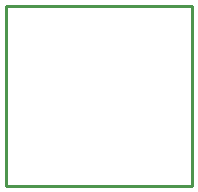
<source format=gko>
G04 Layer_Color=16711935*
%FSLAX25Y25*%
%MOIN*%
G70*
G01*
G75*
%ADD13C,0.01000*%
D13*
X-32000Y11500D02*
Y30000D01*
Y-30000D02*
Y-11500D01*
Y30000D02*
X30000D01*
Y-30000D02*
Y30000D01*
X-32000Y-30000D02*
X30000D01*
X-32000Y-11500D02*
Y11500D01*
M02*

</source>
